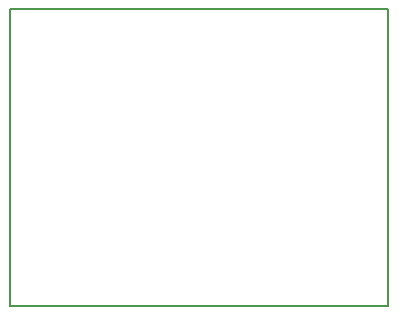
<source format=gbr>
%FSLAX46Y46*%
G04 Gerber Fmt 4.6, Leading zero omitted, Abs format (unit mm)*
G04 Created by KiCad (PCBNEW (2014-08-29 BZR 5106)-product) date mié 17 sep 2014 12:20:12 COT*
%MOMM*%
G01*
G04 APERTURE LIST*
%ADD10C,0.100000*%
%ADD11C,0.150000*%
G04 APERTURE END LIST*
D10*
D11*
X85852000Y-100330000D02*
X85852000Y-125476000D01*
X117856000Y-100330000D02*
X117856000Y-125476000D01*
X85852000Y-125476000D02*
X117856000Y-125476000D01*
X88900000Y-100330000D02*
X85852000Y-100330000D01*
X115570000Y-100330000D02*
X117856000Y-100330000D01*
X88900000Y-100330000D02*
X91440000Y-100330000D01*
X115570000Y-100330000D02*
X111760000Y-100330000D01*
X111760000Y-100330000D02*
X91440000Y-100330000D01*
M02*

</source>
